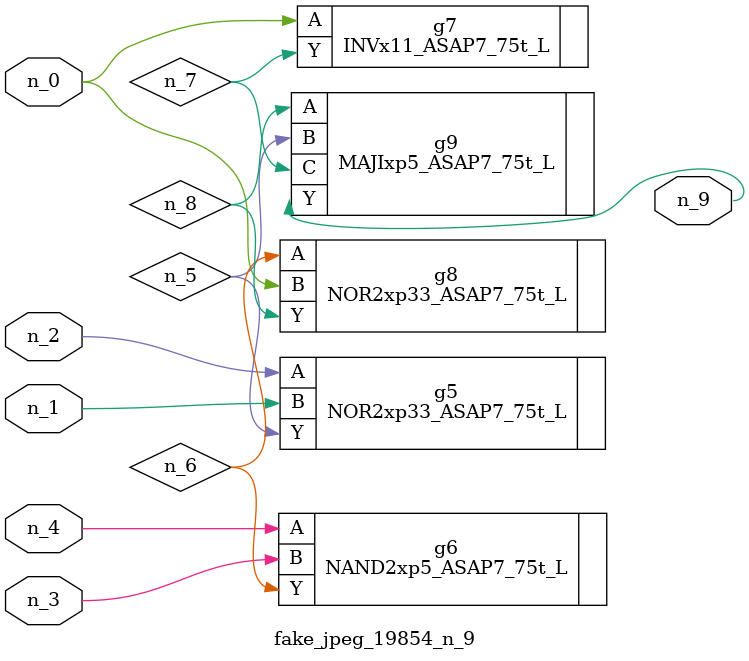
<source format=v>
module fake_jpeg_19854_n_9 (n_3, n_2, n_1, n_0, n_4, n_9);

input n_3;
input n_2;
input n_1;
input n_0;
input n_4;

output n_9;

wire n_8;
wire n_6;
wire n_5;
wire n_7;

NOR2xp33_ASAP7_75t_L g5 ( 
.A(n_2),
.B(n_1),
.Y(n_5)
);

NAND2xp5_ASAP7_75t_L g6 ( 
.A(n_4),
.B(n_3),
.Y(n_6)
);

INVx11_ASAP7_75t_L g7 ( 
.A(n_0),
.Y(n_7)
);

NOR2xp33_ASAP7_75t_L g8 ( 
.A(n_6),
.B(n_0),
.Y(n_8)
);

MAJIxp5_ASAP7_75t_L g9 ( 
.A(n_8),
.B(n_5),
.C(n_7),
.Y(n_9)
);


endmodule
</source>
